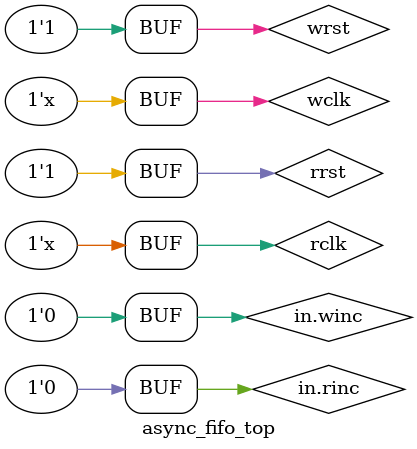
<source format=sv>
/********************************************************************************************
Filename:	async_fifo_top.sv   
Description:	Top module for ASYNC_FIFO testbench
Version:	1.0

*********************************************************************************************/

  // Include the test.sv 
`include "async_fifo_test.sv"

`include "async_fifo_interface.sv"


module async_fifo_top;

bit rclk,wclk;
bit rrst,wrst;

always #4 wclk = ~wclk;
always #10 rclk = ~rclk;
  
//Instantiate the interface	
intf DUV_IF (wclk,rclk,wrst,rrst);

// Declare an handle for the test as testcase1
test testcase1 (in);

// instantiate the DUV
AYNC_FIFO DUT (.wData(in.wData), .wFull(in.wFull), .rEmpty(in.rEmpty), .winc(in.winc), .rinc(in.rinc), .wclk(in.wclk), .rclk(in.rclk), .rrst(in.rrst), .wrst(in.wrst), .rData(in.rData));
  
  

initial 
begin
	wclk =0;
    	rclk=0;
    	wrst =0;
    	rrst=0;
    	in.rinc=0;
    	in.winc=0;
    	#1
    	rrst =1;
    	wrst=1;
    

end

   
endmodule


</source>
